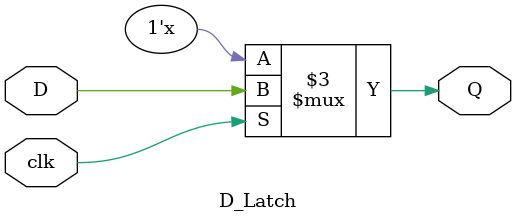
<source format=v>
`timescale 1ns / 1ps

// Author      : Venu Pabbuleti 
// ID          : N180116
//Branch       : ECE
//Project Name : RTL design using Verilog
//Design  Name : Comparing Storage Elements (D Latch ,Positive Edge D Flip Flop and Negative Edge Flip Flop)
//Module  Name : D_Latch
//RGUKT NUZVID 
//////////////////////////////////////////////////////////////////////////////////
module D_Latch(D,clk,Q);
input D,clk;
output reg Q;

always@(D,clk)
begin
	Q = Q;
	if(clk)
		Q = D;
	else
		Q = Q;
end

endmodule
</source>
